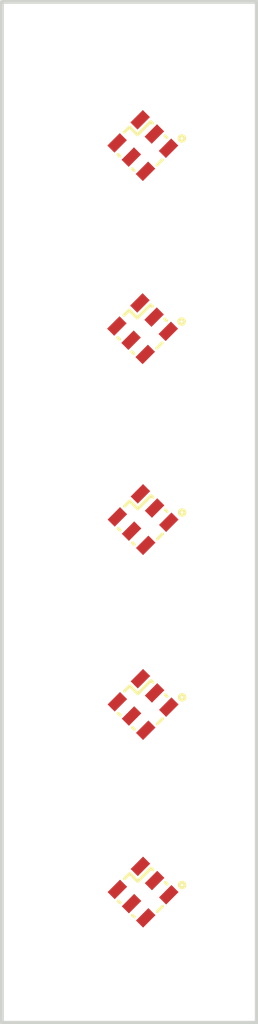
<source format=kicad_pcb>
(kicad_pcb (version 20171130) (host pcbnew "(5.1.9)-1")

  (general
    (thickness 1.6)
    (drawings 4)
    (tracks 0)
    (zones 0)
    (modules 5)
    (nets 15)
  )

  (page A4)
  (layers
    (0 F.Cu signal)
    (31 B.Cu signal)
    (32 B.Adhes user)
    (33 F.Adhes user)
    (34 B.Paste user)
    (35 F.Paste user)
    (36 B.SilkS user)
    (37 F.SilkS user)
    (38 B.Mask user)
    (39 F.Mask user)
    (40 Dwgs.User user)
    (41 Cmts.User user)
    (42 Eco1.User user)
    (43 Eco2.User user)
    (44 Edge.Cuts user)
    (45 Margin user)
    (46 B.CrtYd user)
    (47 F.CrtYd user)
    (48 B.Fab user hide)
    (49 F.Fab user hide)
  )

  (setup
    (last_trace_width 0.25)
    (trace_clearance 0.2)
    (zone_clearance 0.508)
    (zone_45_only no)
    (trace_min 0.2)
    (via_size 0.8)
    (via_drill 0.4)
    (via_min_size 0.4)
    (via_min_drill 0.3)
    (uvia_size 0.3)
    (uvia_drill 0.1)
    (uvias_allowed no)
    (uvia_min_size 0.2)
    (uvia_min_drill 0.1)
    (edge_width 0.1)
    (segment_width 0.2)
    (pcb_text_width 0.3)
    (pcb_text_size 1.5 1.5)
    (mod_edge_width 0.15)
    (mod_text_size 1 1)
    (mod_text_width 0.15)
    (pad_size 2 2)
    (pad_drill 0)
    (pad_to_mask_clearance 0)
    (aux_axis_origin 0 0)
    (visible_elements 7FFFFFFF)
    (pcbplotparams
      (layerselection 0x010fc_ffffffff)
      (usegerberextensions false)
      (usegerberattributes false)
      (usegerberadvancedattributes true)
      (creategerberjobfile false)
      (excludeedgelayer false)
      (linewidth 0.100000)
      (plotframeref false)
      (viasonmask false)
      (mode 1)
      (useauxorigin true)
      (hpglpennumber 1)
      (hpglpenspeed 20)
      (hpglpendiameter 15.000000)
      (psnegative false)
      (psa4output false)
      (plotreference true)
      (plotvalue true)
      (plotinvisibletext false)
      (padsonsilk true)
      (subtractmaskfromsilk false)
      (outputformat 1)
      (mirror false)
      (drillshape 0)
      (scaleselection 1)
      (outputdirectory "../../../../OneDrive/21schoolclub/21 Projects/ClusterMonitor/ClusterMonitor_files/ClusterMonitor_gerbers/Atrium_stencil_gerber/"))
  )

  (net 0 "")
  (net 1 GND)
  (net 2 +5V)
  (net 3 SPI1_CLK)
  (net 4 SPI1_MOSI)
  (net 5 "Net-(LED1-Pad6)")
  (net 6 "Net-(LED1-Pad1)")
  (net 7 "Net-(LED2-Pad6)")
  (net 8 "Net-(LED2-Pad1)")
  (net 9 "Net-(LED3-Pad6)")
  (net 10 "Net-(LED3-Pad1)")
  (net 11 "Net-(LED4-Pad6)")
  (net 12 "Net-(LED4-Pad1)")
  (net 13 "Net-(LED5-Pad6)")
  (net 14 "Net-(LED5-Pad1)")

  (net_class Default "This is the default net class."
    (clearance 0.2)
    (trace_width 0.25)
    (via_dia 0.8)
    (via_drill 0.4)
    (uvia_dia 0.3)
    (uvia_drill 0.1)
    (add_net +5V)
    (add_net GND)
    (add_net "Net-(LED1-Pad1)")
    (add_net "Net-(LED1-Pad6)")
    (add_net "Net-(LED2-Pad1)")
    (add_net "Net-(LED2-Pad6)")
    (add_net "Net-(LED3-Pad1)")
    (add_net "Net-(LED3-Pad6)")
    (add_net "Net-(LED4-Pad1)")
    (add_net "Net-(LED4-Pad6)")
    (add_net "Net-(LED5-Pad1)")
    (add_net "Net-(LED5-Pad6)")
    (add_net SPI1_CLK)
    (add_net SPI1_MOSI)
  )

  (module _RJ45MOLEX_SMD:SK9822-EC20 (layer F.Cu) (tedit 60547339) (tstamp 6070B8DA)
    (at 257.09 121.8 225)
    (path /60634273/60756B62)
    (fp_text reference LED5 (at 0 2.2 45) (layer F.SilkS) hide
      (effects (font (size 1 1) (thickness 0.15)))
    )
    (fp_text value SK9822-EC20 (at 0 -2 45) (layer F.Fab)
      (effects (font (size 1 1) (thickness 0.15)))
    )
    (fp_circle (center -1.3 -0.9) (end -1.3 -0.85) (layer F.SilkS) (width 0.12))
    (fp_line (start 0.95 -0.45) (end 0.95 -0.35) (layer F.SilkS) (width 0.12))
    (fp_line (start 0.95 0.35) (end 0.95 0.45) (layer F.SilkS) (width 0.12))
    (fp_line (start -0.9 -0.45) (end -0.9 -0.35) (layer F.SilkS) (width 0.12))
    (fp_line (start -0.15 -0.95) (end 0.15 -0.95) (layer F.SilkS) (width 0.12))
    (fp_line (start -0.9 0.35) (end -0.9 0.45) (layer F.SilkS) (width 0.12))
    (fp_line (start -0.9 0.45) (end -0.15 0.45) (layer F.SilkS) (width 0.12))
    (fp_line (start -0.15 0.45) (end -0.15 0.9) (layer F.SilkS) (width 0.12))
    (fp_line (start -0.15 0.9) (end 0.15 0.9) (layer F.SilkS) (width 0.12))
    (pad 4 smd rect (at 0.65 0.8 225) (size 0.7 0.4) (layers F.Cu F.Paste F.Mask)
      (net 11 "Net-(LED4-Pad6)"))
    (pad 5 smd rect (at 0.65 0 225) (size 0.7 0.4) (layers F.Cu F.Paste F.Mask)
      (net 2 +5V))
    (pad 6 smd rect (at 0.65 -0.8 225) (size 0.7 0.4) (layers F.Cu F.Paste F.Mask)
      (net 13 "Net-(LED5-Pad6)"))
    (pad 3 smd rect (at -0.65 0.8 225) (size 0.7 0.4) (layers F.Cu F.Paste F.Mask)
      (net 12 "Net-(LED4-Pad1)"))
    (pad 2 smd rect (at -0.65 0 225) (size 0.7 0.4) (layers F.Cu F.Paste F.Mask)
      (net 1 GND))
    (pad 1 smd rect (at -0.65 -0.8 225) (size 0.7 0.4) (layers F.Cu F.Paste F.Mask)
      (net 14 "Net-(LED5-Pad1)"))
  )

  (module _RJ45MOLEX_SMD:SK9822-EC20 (layer F.Cu) (tedit 60547339) (tstamp 6070C074)
    (at 257.09 114.33 225)
    (path /60634273/607552AB)
    (fp_text reference LED4 (at 0 2.2 45) (layer F.SilkS) hide
      (effects (font (size 1 1) (thickness 0.15)))
    )
    (fp_text value SK9822-EC20 (at 0 -2 45) (layer F.Fab)
      (effects (font (size 1 1) (thickness 0.15)))
    )
    (fp_circle (center -1.3 -0.9) (end -1.3 -0.85) (layer F.SilkS) (width 0.12))
    (fp_line (start 0.95 -0.45) (end 0.95 -0.35) (layer F.SilkS) (width 0.12))
    (fp_line (start 0.95 0.35) (end 0.95 0.45) (layer F.SilkS) (width 0.12))
    (fp_line (start -0.9 -0.45) (end -0.9 -0.35) (layer F.SilkS) (width 0.12))
    (fp_line (start -0.15 -0.95) (end 0.15 -0.95) (layer F.SilkS) (width 0.12))
    (fp_line (start -0.9 0.35) (end -0.9 0.45) (layer F.SilkS) (width 0.12))
    (fp_line (start -0.9 0.45) (end -0.15 0.45) (layer F.SilkS) (width 0.12))
    (fp_line (start -0.15 0.45) (end -0.15 0.9) (layer F.SilkS) (width 0.12))
    (fp_line (start -0.15 0.9) (end 0.15 0.9) (layer F.SilkS) (width 0.12))
    (pad 4 smd rect (at 0.65 0.8 225) (size 0.7 0.4) (layers F.Cu F.Paste F.Mask)
      (net 9 "Net-(LED3-Pad6)"))
    (pad 5 smd rect (at 0.65 0 225) (size 0.7 0.4) (layers F.Cu F.Paste F.Mask)
      (net 2 +5V))
    (pad 6 smd rect (at 0.65 -0.8 225) (size 0.7 0.4) (layers F.Cu F.Paste F.Mask)
      (net 11 "Net-(LED4-Pad6)"))
    (pad 3 smd rect (at -0.65 0.8 225) (size 0.7 0.4) (layers F.Cu F.Paste F.Mask)
      (net 10 "Net-(LED3-Pad1)"))
    (pad 2 smd rect (at -0.65 0 225) (size 0.7 0.4) (layers F.Cu F.Paste F.Mask)
      (net 1 GND))
    (pad 1 smd rect (at -0.65 -0.8 225) (size 0.7 0.4) (layers F.Cu F.Paste F.Mask)
      (net 12 "Net-(LED4-Pad1)"))
  )

  (module _RJ45MOLEX_SMD:SK9822-EC20 (layer F.Cu) (tedit 60547339) (tstamp 6070B8B4)
    (at 257.09 106.97 225)
    (path /60634273/60754D13)
    (fp_text reference LED3 (at 0 2.2 45) (layer F.SilkS) hide
      (effects (font (size 1 1) (thickness 0.15)))
    )
    (fp_text value SK9822-EC20 (at 0 -2 45) (layer F.Fab)
      (effects (font (size 1 1) (thickness 0.15)))
    )
    (fp_circle (center -1.3 -0.9) (end -1.3 -0.85) (layer F.SilkS) (width 0.12))
    (fp_line (start 0.95 -0.45) (end 0.95 -0.35) (layer F.SilkS) (width 0.12))
    (fp_line (start 0.95 0.35) (end 0.95 0.45) (layer F.SilkS) (width 0.12))
    (fp_line (start -0.9 -0.45) (end -0.9 -0.35) (layer F.SilkS) (width 0.12))
    (fp_line (start -0.15 -0.95) (end 0.15 -0.95) (layer F.SilkS) (width 0.12))
    (fp_line (start -0.9 0.35) (end -0.9 0.45) (layer F.SilkS) (width 0.12))
    (fp_line (start -0.9 0.45) (end -0.15 0.45) (layer F.SilkS) (width 0.12))
    (fp_line (start -0.15 0.45) (end -0.15 0.9) (layer F.SilkS) (width 0.12))
    (fp_line (start -0.15 0.9) (end 0.15 0.9) (layer F.SilkS) (width 0.12))
    (pad 4 smd rect (at 0.65 0.8 225) (size 0.7 0.4) (layers F.Cu F.Paste F.Mask)
      (net 7 "Net-(LED2-Pad6)"))
    (pad 5 smd rect (at 0.65 0 225) (size 0.7 0.4) (layers F.Cu F.Paste F.Mask)
      (net 2 +5V))
    (pad 6 smd rect (at 0.65 -0.8 225) (size 0.7 0.4) (layers F.Cu F.Paste F.Mask)
      (net 9 "Net-(LED3-Pad6)"))
    (pad 3 smd rect (at -0.65 0.8 225) (size 0.7 0.4) (layers F.Cu F.Paste F.Mask)
      (net 8 "Net-(LED2-Pad1)"))
    (pad 2 smd rect (at -0.65 0 225) (size 0.7 0.4) (layers F.Cu F.Paste F.Mask)
      (net 1 GND))
    (pad 1 smd rect (at -0.65 -0.8 225) (size 0.7 0.4) (layers F.Cu F.Paste F.Mask)
      (net 10 "Net-(LED3-Pad1)"))
  )

  (module _RJ45MOLEX_SMD:SK9822-EC20 (layer F.Cu) (tedit 60547339) (tstamp 6070B8A1)
    (at 257.07 99.37 225)
    (path /60634273/6075499A)
    (fp_text reference LED2 (at 0 2.2 45) (layer F.SilkS) hide
      (effects (font (size 1 1) (thickness 0.15)))
    )
    (fp_text value SK9822-EC20 (at 0 -2 45) (layer F.Fab)
      (effects (font (size 1 1) (thickness 0.15)))
    )
    (fp_circle (center -1.3 -0.9) (end -1.3 -0.85) (layer F.SilkS) (width 0.12))
    (fp_line (start 0.95 -0.45) (end 0.95 -0.35) (layer F.SilkS) (width 0.12))
    (fp_line (start 0.95 0.35) (end 0.95 0.45) (layer F.SilkS) (width 0.12))
    (fp_line (start -0.9 -0.45) (end -0.9 -0.35) (layer F.SilkS) (width 0.12))
    (fp_line (start -0.15 -0.95) (end 0.15 -0.95) (layer F.SilkS) (width 0.12))
    (fp_line (start -0.9 0.35) (end -0.9 0.45) (layer F.SilkS) (width 0.12))
    (fp_line (start -0.9 0.45) (end -0.15 0.45) (layer F.SilkS) (width 0.12))
    (fp_line (start -0.15 0.45) (end -0.15 0.9) (layer F.SilkS) (width 0.12))
    (fp_line (start -0.15 0.9) (end 0.15 0.9) (layer F.SilkS) (width 0.12))
    (pad 4 smd rect (at 0.65 0.8 225) (size 0.7 0.4) (layers F.Cu F.Paste F.Mask)
      (net 5 "Net-(LED1-Pad6)"))
    (pad 5 smd rect (at 0.65 0 225) (size 0.7 0.4) (layers F.Cu F.Paste F.Mask)
      (net 2 +5V))
    (pad 6 smd rect (at 0.65 -0.8 225) (size 0.7 0.4) (layers F.Cu F.Paste F.Mask)
      (net 7 "Net-(LED2-Pad6)"))
    (pad 3 smd rect (at -0.65 0.8 225) (size 0.7 0.4) (layers F.Cu F.Paste F.Mask)
      (net 6 "Net-(LED1-Pad1)"))
    (pad 2 smd rect (at -0.65 0 225) (size 0.7 0.4) (layers F.Cu F.Paste F.Mask)
      (net 1 GND))
    (pad 1 smd rect (at -0.65 -0.8 225) (size 0.7 0.4) (layers F.Cu F.Paste F.Mask)
      (net 8 "Net-(LED2-Pad1)"))
  )

  (module _RJ45MOLEX_SMD:SK9822-EC20 (layer F.Cu) (tedit 60547339) (tstamp 6070B88E)
    (at 257.08 92.08 225)
    (path /60634273/60752BC2)
    (fp_text reference LED1 (at 0 2.2 45) (layer F.SilkS) hide
      (effects (font (size 1 1) (thickness 0.15)))
    )
    (fp_text value SK9822-EC20 (at 0 -2 45) (layer F.Fab)
      (effects (font (size 1 1) (thickness 0.15)))
    )
    (fp_circle (center -1.3 -0.9) (end -1.3 -0.85) (layer F.SilkS) (width 0.12))
    (fp_line (start 0.95 -0.45) (end 0.95 -0.35) (layer F.SilkS) (width 0.12))
    (fp_line (start 0.95 0.35) (end 0.95 0.45) (layer F.SilkS) (width 0.12))
    (fp_line (start -0.9 -0.45) (end -0.9 -0.35) (layer F.SilkS) (width 0.12))
    (fp_line (start -0.15 -0.95) (end 0.15 -0.95) (layer F.SilkS) (width 0.12))
    (fp_line (start -0.9 0.35) (end -0.9 0.45) (layer F.SilkS) (width 0.12))
    (fp_line (start -0.9 0.45) (end -0.15 0.45) (layer F.SilkS) (width 0.12))
    (fp_line (start -0.15 0.45) (end -0.15 0.9) (layer F.SilkS) (width 0.12))
    (fp_line (start -0.15 0.9) (end 0.15 0.9) (layer F.SilkS) (width 0.12))
    (pad 4 smd rect (at 0.65 0.8 225) (size 0.7 0.4) (layers F.Cu F.Paste F.Mask)
      (net 3 SPI1_CLK))
    (pad 5 smd rect (at 0.65 0 225) (size 0.7 0.4) (layers F.Cu F.Paste F.Mask)
      (net 2 +5V))
    (pad 6 smd rect (at 0.65 -0.8 225) (size 0.7 0.4) (layers F.Cu F.Paste F.Mask)
      (net 5 "Net-(LED1-Pad6)"))
    (pad 3 smd rect (at -0.65 0.8 225) (size 0.7 0.4) (layers F.Cu F.Paste F.Mask)
      (net 4 SPI1_MOSI))
    (pad 2 smd rect (at -0.65 0 225) (size 0.7 0.4) (layers F.Cu F.Paste F.Mask)
      (net 1 GND))
    (pad 1 smd rect (at -0.65 -0.8 225) (size 0.7 0.4) (layers F.Cu F.Paste F.Mask)
      (net 6 "Net-(LED1-Pad1)"))
  )

  (gr_line (start 251.46 127) (end 261.62 127) (layer Edge.Cuts) (width 0.15) (tstamp 60A12FF2))
  (gr_line (start 251.46 86.36) (end 251.46 127) (layer Edge.Cuts) (width 0.15))
  (gr_line (start 261.62 86.36) (end 251.46 86.36) (layer Edge.Cuts) (width 0.15))
  (gr_line (start 261.62 127) (end 261.62 86.36) (layer Edge.Cuts) (width 0.15))

)

</source>
